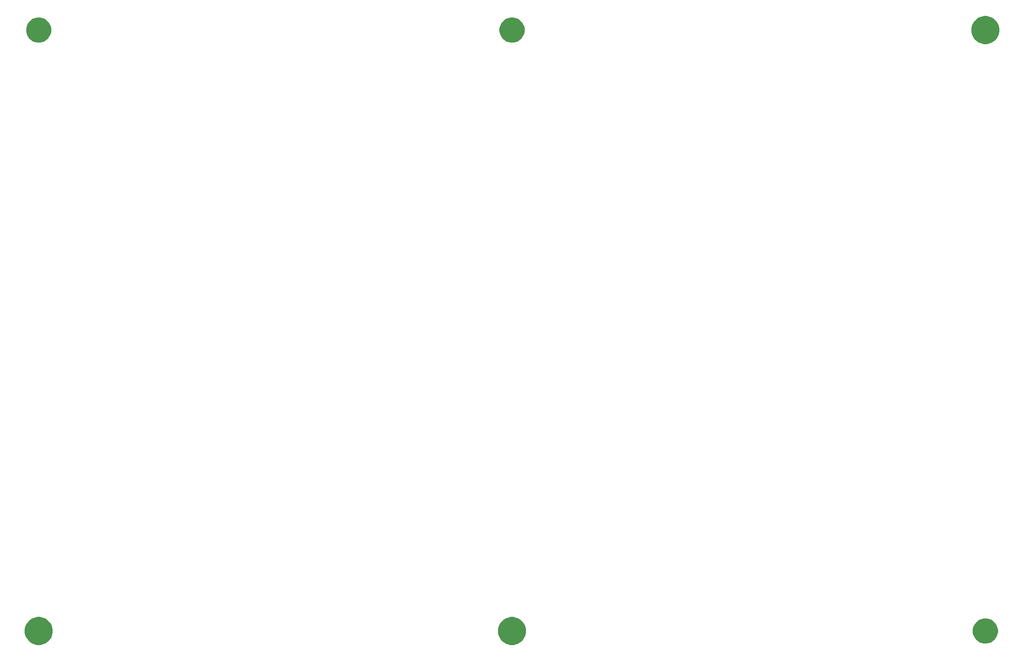
<source format=gbr>
G04 #@! TF.GenerationSoftware,KiCad,Pcbnew,(5.1.2-1)-1*
G04 #@! TF.CreationDate,2020-09-14T17:56:04+03:00*
G04 #@! TF.ProjectId,N32B_Top_panel_v1.2,4e333242-5f54-46f7-905f-70616e656c5f,rev?*
G04 #@! TF.SameCoordinates,Original*
G04 #@! TF.FileFunction,Soldermask,Top*
G04 #@! TF.FilePolarity,Negative*
%FSLAX46Y46*%
G04 Gerber Fmt 4.6, Leading zero omitted, Abs format (unit mm)*
G04 Created by KiCad (PCBNEW (5.1.2-1)-1) date 2020-09-14 17:56:04*
%MOMM*%
%LPD*%
G04 APERTURE LIST*
%ADD10C,0.100000*%
G04 APERTURE END LIST*
D10*
G36*
X149821606Y-151260562D02*
G01*
X150340455Y-151475476D01*
X150807407Y-151787484D01*
X151204516Y-152184593D01*
X151516524Y-152651545D01*
X151731438Y-153170394D01*
X151841000Y-153721201D01*
X151841000Y-154282799D01*
X151731438Y-154833606D01*
X151516524Y-155352455D01*
X151204516Y-155819407D01*
X150807407Y-156216516D01*
X150340455Y-156528524D01*
X149821606Y-156743438D01*
X149546202Y-156798219D01*
X149270800Y-156853000D01*
X148709200Y-156853000D01*
X148433798Y-156798219D01*
X148158394Y-156743438D01*
X147639545Y-156528524D01*
X147172593Y-156216516D01*
X146775484Y-155819407D01*
X146463476Y-155352455D01*
X146248562Y-154833606D01*
X146139000Y-154282799D01*
X146139000Y-153721201D01*
X146248562Y-153170394D01*
X146463476Y-152651545D01*
X146775484Y-152184593D01*
X147172593Y-151787484D01*
X147639545Y-151475476D01*
X148158394Y-151260562D01*
X148709200Y-151151000D01*
X149270800Y-151151000D01*
X149821606Y-151260562D01*
X149821606Y-151260562D01*
G37*
G36*
X53821606Y-151260562D02*
G01*
X54340455Y-151475476D01*
X54807407Y-151787484D01*
X55204516Y-152184593D01*
X55516524Y-152651545D01*
X55731438Y-153170394D01*
X55841000Y-153721201D01*
X55841000Y-154282799D01*
X55731438Y-154833606D01*
X55516524Y-155352455D01*
X55204516Y-155819407D01*
X54807407Y-156216516D01*
X54340455Y-156528524D01*
X53821606Y-156743438D01*
X53546202Y-156798219D01*
X53270800Y-156853000D01*
X52709200Y-156853000D01*
X52433798Y-156798219D01*
X52158394Y-156743438D01*
X51639545Y-156528524D01*
X51172593Y-156216516D01*
X50775484Y-155819407D01*
X50463476Y-155352455D01*
X50248562Y-154833606D01*
X50139000Y-154282799D01*
X50139000Y-153721201D01*
X50248562Y-153170394D01*
X50463476Y-152651545D01*
X50775484Y-152184593D01*
X51172593Y-151787484D01*
X51639545Y-151475476D01*
X52158394Y-151260562D01*
X52709200Y-151151000D01*
X53270800Y-151151000D01*
X53821606Y-151260562D01*
X53821606Y-151260562D01*
G37*
G36*
X245734098Y-151549033D02*
G01*
X246198350Y-151741332D01*
X246198352Y-151741333D01*
X246616168Y-152020509D01*
X246971491Y-152375832D01*
X247155718Y-152651547D01*
X247250668Y-152793650D01*
X247442967Y-153257902D01*
X247541000Y-153750747D01*
X247541000Y-154253253D01*
X247442967Y-154746098D01*
X247406720Y-154833606D01*
X247250667Y-155210352D01*
X246971491Y-155628168D01*
X246616168Y-155983491D01*
X246198352Y-156262667D01*
X246198351Y-156262668D01*
X246198350Y-156262668D01*
X245734098Y-156454967D01*
X245241253Y-156553000D01*
X244738747Y-156553000D01*
X244245902Y-156454967D01*
X243781650Y-156262668D01*
X243781649Y-156262668D01*
X243781648Y-156262667D01*
X243363832Y-155983491D01*
X243008509Y-155628168D01*
X242729333Y-155210352D01*
X242573280Y-154833606D01*
X242537033Y-154746098D01*
X242439000Y-154253253D01*
X242439000Y-153750747D01*
X242537033Y-153257902D01*
X242729332Y-152793650D01*
X242824282Y-152651547D01*
X243008509Y-152375832D01*
X243363832Y-152020509D01*
X243781648Y-151741333D01*
X243781650Y-151741332D01*
X244245902Y-151549033D01*
X244738747Y-151451000D01*
X245241253Y-151451000D01*
X245734098Y-151549033D01*
X245734098Y-151549033D01*
G37*
G36*
X245821606Y-29260562D02*
G01*
X246340455Y-29475476D01*
X246807407Y-29787484D01*
X247204516Y-30184593D01*
X247516524Y-30651545D01*
X247731438Y-31170394D01*
X247841000Y-31721201D01*
X247841000Y-32282799D01*
X247731438Y-32833606D01*
X247516524Y-33352455D01*
X247204516Y-33819407D01*
X246807407Y-34216516D01*
X246340455Y-34528524D01*
X245821606Y-34743438D01*
X245270800Y-34853000D01*
X244709200Y-34853000D01*
X244158394Y-34743438D01*
X243639545Y-34528524D01*
X243172593Y-34216516D01*
X242775484Y-33819407D01*
X242463476Y-33352455D01*
X242248562Y-32833606D01*
X242139000Y-32282799D01*
X242139000Y-31721201D01*
X242248562Y-31170394D01*
X242463476Y-30651545D01*
X242775484Y-30184593D01*
X243172593Y-29787484D01*
X243639545Y-29475476D01*
X244158394Y-29260562D01*
X244433798Y-29205781D01*
X244709200Y-29151000D01*
X245270800Y-29151000D01*
X245821606Y-29260562D01*
X245821606Y-29260562D01*
G37*
G36*
X149734098Y-29549033D02*
G01*
X150198350Y-29741332D01*
X150198352Y-29741333D01*
X150616168Y-30020509D01*
X150971491Y-30375832D01*
X151155718Y-30651547D01*
X151250668Y-30793650D01*
X151442967Y-31257902D01*
X151541000Y-31750747D01*
X151541000Y-32253253D01*
X151442967Y-32746098D01*
X151406720Y-32833606D01*
X151250667Y-33210352D01*
X150971491Y-33628168D01*
X150616168Y-33983491D01*
X150198352Y-34262667D01*
X150198351Y-34262668D01*
X150198350Y-34262668D01*
X149734098Y-34454967D01*
X149241253Y-34553000D01*
X148738747Y-34553000D01*
X148245902Y-34454967D01*
X147781650Y-34262668D01*
X147781649Y-34262668D01*
X147781648Y-34262667D01*
X147363832Y-33983491D01*
X147008509Y-33628168D01*
X146729333Y-33210352D01*
X146573280Y-32833606D01*
X146537033Y-32746098D01*
X146439000Y-32253253D01*
X146439000Y-31750747D01*
X146537033Y-31257902D01*
X146729332Y-30793650D01*
X146824282Y-30651547D01*
X147008509Y-30375832D01*
X147363832Y-30020509D01*
X147781648Y-29741333D01*
X147781650Y-29741332D01*
X148245902Y-29549033D01*
X148738747Y-29451000D01*
X149241253Y-29451000D01*
X149734098Y-29549033D01*
X149734098Y-29549033D01*
G37*
G36*
X53734098Y-29549033D02*
G01*
X54198350Y-29741332D01*
X54198352Y-29741333D01*
X54616168Y-30020509D01*
X54971491Y-30375832D01*
X55155718Y-30651547D01*
X55250668Y-30793650D01*
X55442967Y-31257902D01*
X55541000Y-31750747D01*
X55541000Y-32253253D01*
X55442967Y-32746098D01*
X55406720Y-32833606D01*
X55250667Y-33210352D01*
X54971491Y-33628168D01*
X54616168Y-33983491D01*
X54198352Y-34262667D01*
X54198351Y-34262668D01*
X54198350Y-34262668D01*
X53734098Y-34454967D01*
X53241253Y-34553000D01*
X52738747Y-34553000D01*
X52245902Y-34454967D01*
X51781650Y-34262668D01*
X51781649Y-34262668D01*
X51781648Y-34262667D01*
X51363832Y-33983491D01*
X51008509Y-33628168D01*
X50729333Y-33210352D01*
X50573280Y-32833606D01*
X50537033Y-32746098D01*
X50439000Y-32253253D01*
X50439000Y-31750747D01*
X50537033Y-31257902D01*
X50729332Y-30793650D01*
X50824282Y-30651547D01*
X51008509Y-30375832D01*
X51363832Y-30020509D01*
X51781648Y-29741333D01*
X51781650Y-29741332D01*
X52245902Y-29549033D01*
X52738747Y-29451000D01*
X53241253Y-29451000D01*
X53734098Y-29549033D01*
X53734098Y-29549033D01*
G37*
M02*

</source>
